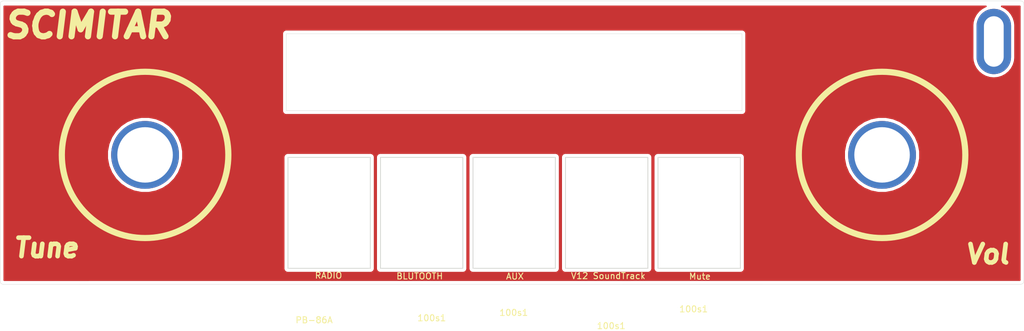
<source format=kicad_pcb>
(kicad_pcb (version 20171130) (host pcbnew "(5.1.7)-1")

  (general
    (thickness 1.6)
    (drawings 17)
    (tracks 0)
    (zones 0)
    (modules 8)
    (nets 1)
  )

  (page A4)
  (layers
    (0 F.Cu signal)
    (31 B.Cu signal)
    (32 B.Adhes user)
    (33 F.Adhes user)
    (34 B.Paste user)
    (35 F.Paste user)
    (36 B.SilkS user)
    (37 F.SilkS user)
    (38 B.Mask user)
    (39 F.Mask user)
    (40 Dwgs.User user)
    (41 Cmts.User user)
    (42 Eco1.User user)
    (43 Eco2.User user)
    (44 Edge.Cuts user)
    (45 Margin user)
    (46 B.CrtYd user)
    (47 F.CrtYd user)
    (48 B.Fab user)
    (49 F.Fab user)
  )

  (setup
    (last_trace_width 0.25)
    (trace_clearance 0.2)
    (zone_clearance 0.508)
    (zone_45_only no)
    (trace_min 0.2)
    (via_size 0.8)
    (via_drill 0.4)
    (via_min_size 0.4)
    (via_min_drill 0.3)
    (uvia_size 0.3)
    (uvia_drill 0.1)
    (uvias_allowed no)
    (uvia_min_size 0.2)
    (uvia_min_drill 0.1)
    (edge_width 0.05)
    (segment_width 0.2)
    (pcb_text_width 0.3)
    (pcb_text_size 1.5 1.5)
    (mod_edge_width 0.12)
    (mod_text_size 1 1)
    (mod_text_width 0.15)
    (pad_size 11 11)
    (pad_drill 9)
    (pad_to_mask_clearance 0)
    (aux_axis_origin 0 0)
    (visible_elements FFFFFF7F)
    (pcbplotparams
      (layerselection 0x010fc_ffffffff)
      (usegerberextensions false)
      (usegerberattributes true)
      (usegerberadvancedattributes true)
      (creategerberjobfile true)
      (excludeedgelayer true)
      (linewidth 0.100000)
      (plotframeref false)
      (viasonmask false)
      (mode 1)
      (useauxorigin false)
      (hpglpennumber 1)
      (hpglpenspeed 20)
      (hpglpendiameter 15.000000)
      (psnegative false)
      (psa4output false)
      (plotreference true)
      (plotvalue true)
      (plotinvisibletext false)
      (padsonsilk false)
      (subtractmaskfromsilk false)
      (outputformat 1)
      (mirror false)
      (drillshape 0)
      (scaleselection 1)
      (outputdirectory "Boards/Front/"))
  )

  (net 0 "")

  (net_class Default "This is the default net class."
    (clearance 0.2)
    (trace_width 0.25)
    (via_dia 0.8)
    (via_drill 0.4)
    (uvia_dia 0.3)
    (uvia_drill 0.1)
  )

  (module AA-ROB-FULL:PB86-A-Front (layer F.Cu) (tedit 6022F305) (tstamp 6071FD87)
    (at 106.6705 25.91)
    (fp_text reference 100s1 (at 5.2695 24.13) (layer F.SilkS)
      (effects (font (size 1 1) (thickness 0.15)))
    )
    (fp_text value Mute (at 6.2895 18.82) (layer F.SilkS)
      (effects (font (size 1 1) (thickness 0.15)))
    )
    (fp_line (start -0.7 -0.69) (end -0.7 17.7) (layer Dwgs.User) (width 0.12))
    (fp_line (start -0.7 17.7) (end 13.05 17.7) (layer Dwgs.User) (width 0.12))
    (fp_line (start 13.05 -0.69) (end 13.05 17.7) (layer Dwgs.User) (width 0.12))
    (fp_line (start -0.7 -0.69) (end 13.05 -0.69) (layer Dwgs.User) (width 0.12))
    (fp_line (start -0.5 17.51) (end 12.85 17.51) (layer Edge.Cuts) (width 0.12))
    (fp_line (start 12.85 -0.5) (end 12.85 17.51) (layer Edge.Cuts) (width 0.12))
    (fp_line (start -0.5 -0.5) (end -0.5 17.51) (layer Edge.Cuts) (width 0.12))
    (fp_line (start -0.5 -0.5) (end 12.85 -0.5) (layer Edge.Cuts) (width 0.12))
  )

  (module AA-ROB-FULL:PB86-A-Front (layer F.Cu) (tedit 6022F305) (tstamp 6071FD42)
    (at 91.6705 25.91)
    (fp_text reference 100s1 (at 6.9095 26.86) (layer F.SilkS)
      (effects (font (size 1 1) (thickness 0.15)))
    )
    (fp_text value "V12 SoundTrack" (at 6.4295 18.74) (layer F.SilkS)
      (effects (font (size 1 1) (thickness 0.15)))
    )
    (fp_line (start -0.5 -0.5) (end 12.85 -0.5) (layer Edge.Cuts) (width 0.12))
    (fp_line (start -0.5 -0.5) (end -0.5 17.51) (layer Edge.Cuts) (width 0.12))
    (fp_line (start 12.85 -0.5) (end 12.85 17.51) (layer Edge.Cuts) (width 0.12))
    (fp_line (start -0.5 17.51) (end 12.85 17.51) (layer Edge.Cuts) (width 0.12))
    (fp_line (start -0.7 -0.69) (end 13.05 -0.69) (layer Dwgs.User) (width 0.12))
    (fp_line (start 13.05 -0.69) (end 13.05 17.7) (layer Dwgs.User) (width 0.12))
    (fp_line (start -0.7 17.7) (end 13.05 17.7) (layer Dwgs.User) (width 0.12))
    (fp_line (start -0.7 -0.69) (end -0.7 17.7) (layer Dwgs.User) (width 0.12))
  )

  (module AA-ROB-FULL:PB86-A-Front (layer F.Cu) (tedit 6022F305) (tstamp 6071FD09)
    (at 76.6705 25.91)
    (fp_text reference 100s1 (at 6.0995 24.71) (layer F.SilkS)
      (effects (font (size 1 1) (thickness 0.15)))
    )
    (fp_text value AUX (at 6.2995 18.81) (layer F.SilkS)
      (effects (font (size 1 1) (thickness 0.15)))
    )
    (fp_line (start -0.5 -0.5) (end 12.85 -0.5) (layer Edge.Cuts) (width 0.12))
    (fp_line (start -0.5 -0.5) (end -0.5 17.51) (layer Edge.Cuts) (width 0.12))
    (fp_line (start 12.85 -0.5) (end 12.85 17.51) (layer Edge.Cuts) (width 0.12))
    (fp_line (start -0.5 17.51) (end 12.85 17.51) (layer Edge.Cuts) (width 0.12))
    (fp_line (start -0.7 -0.69) (end 13.05 -0.69) (layer Dwgs.User) (width 0.12))
    (fp_line (start 13.05 -0.69) (end 13.05 17.7) (layer Dwgs.User) (width 0.12))
    (fp_line (start -0.7 17.7) (end 13.05 17.7) (layer Dwgs.User) (width 0.12))
    (fp_line (start -0.7 -0.69) (end -0.7 17.7) (layer Dwgs.User) (width 0.12))
  )

  (module AA-ROB-FULL:PB86-A-Front (layer F.Cu) (tedit 6022F305) (tstamp 6071FC16)
    (at 61.6705 25.91)
    (fp_text reference 100s1 (at 7.8095 25.58) (layer F.SilkS)
      (effects (font (size 1 1) (thickness 0.15)))
    )
    (fp_text value BLUTOOTH (at 5.8495 18.78) (layer F.SilkS)
      (effects (font (size 1 1) (thickness 0.15)))
    )
    (fp_line (start -0.7 -0.69) (end -0.7 17.7) (layer Dwgs.User) (width 0.12))
    (fp_line (start -0.7 17.7) (end 13.05 17.7) (layer Dwgs.User) (width 0.12))
    (fp_line (start 13.05 -0.69) (end 13.05 17.7) (layer Dwgs.User) (width 0.12))
    (fp_line (start -0.7 -0.69) (end 13.05 -0.69) (layer Dwgs.User) (width 0.12))
    (fp_line (start -0.5 17.51) (end 12.85 17.51) (layer Edge.Cuts) (width 0.12))
    (fp_line (start 12.85 -0.5) (end 12.85 17.51) (layer Edge.Cuts) (width 0.12))
    (fp_line (start -0.5 -0.5) (end -0.5 17.51) (layer Edge.Cuts) (width 0.12))
    (fp_line (start -0.5 -0.5) (end 12.85 -0.5) (layer Edge.Cuts) (width 0.12))
  )

  (module AA-ROB-FULL:PB86-A-Front (layer F.Cu) (tedit 6022F305) (tstamp 6071FBDC)
    (at 46.6705 25.91)
    (fp_text reference RADIO (at 6.0695 18.67) (layer F.SilkS)
      (effects (font (size 1 1) (thickness 0.15)))
    )
    (fp_text value PB-86A (at 3.7395 25.91) (layer F.SilkS)
      (effects (font (size 1 1) (thickness 0.15)))
    )
    (fp_line (start -0.5 -0.5) (end 12.85 -0.5) (layer Edge.Cuts) (width 0.12))
    (fp_line (start -0.5 -0.5) (end -0.5 17.51) (layer Edge.Cuts) (width 0.12))
    (fp_line (start 12.85 -0.5) (end 12.85 17.51) (layer Edge.Cuts) (width 0.12))
    (fp_line (start -0.5 17.51) (end 12.85 17.51) (layer Edge.Cuts) (width 0.12))
    (fp_line (start -0.7 -0.69) (end 13.05 -0.69) (layer Dwgs.User) (width 0.12))
    (fp_line (start 13.05 -0.69) (end 13.05 17.7) (layer Dwgs.User) (width 0.12))
    (fp_line (start -0.7 17.7) (end 13.05 17.7) (layer Dwgs.User) (width 0.12))
    (fp_line (start -0.7 -0.69) (end -0.7 17.7) (layer Dwgs.User) (width 0.12))
  )

  (module MountingHole:MountingHole_3.2mm_M3_DIN965_Pad (layer F.Cu) (tedit 60719D34) (tstamp 60719D9F)
    (at 142.5 25 90)
    (descr "Mounting Hole 3.2mm, M3, DIN965")
    (tags "mounting hole 3.2mm m3 din965")
    (path /5EDB4F9A)
    (attr virtual)
    (fp_text reference H1 (at 0.1908 -4.7836 90) (layer F.SilkS) hide
      (effects (font (size 1 1) (thickness 0.15)))
    )
    (fp_text value MountingHole_Pad (at -16.192 -1.982 90) (layer F.Fab)
      (effects (font (size 1 1) (thickness 0.15)))
    )
    (fp_text user %R (at 0.3 0 90) (layer F.Fab)
      (effects (font (size 1 1) (thickness 0.15)))
    )
    (fp_circle (center 0 0) (end 3.05 0) (layer F.CrtYd) (width 0.05))
    (fp_circle (center 0 0) (end 2.8 0) (layer Cmts.User) (width 0.15))
    (pad 1 thru_hole circle (at 0 0 90) (size 11 11) (drill 9) (layers *.Cu *.Mask))
  )

  (module MountingHole:MountingHole_3.2mm_M3_DIN965_Pad (layer F.Cu) (tedit 602A5E21) (tstamp 60719ACA)
    (at 160.62 6.58 90)
    (descr "Mounting Hole 3.2mm, M3, DIN965")
    (tags "mounting hole 3.2mm m3 din965")
    (path /5EDB4F9A)
    (attr virtual)
    (fp_text reference H1 (at 0.1908 -4.7836 90) (layer F.SilkS) hide
      (effects (font (size 1 1) (thickness 0.15)))
    )
    (fp_text value MountingHole_Pad (at -16.192 -1.982 90) (layer F.Fab)
      (effects (font (size 1 1) (thickness 0.15)))
    )
    (fp_circle (center 0 0) (end 3.05 0) (layer F.CrtYd) (width 0.05))
    (fp_circle (center 0 0) (end 2.8 0) (layer Cmts.User) (width 0.15))
    (fp_text user %R (at 0.3 0 90) (layer F.Fab)
      (effects (font (size 1 1) (thickness 0.15)))
    )
    (pad 1 thru_hole oval (at 0 0 90) (size 10.6 5.6) (drill oval 8.2 3.2) (layers *.Cu *.Mask))
  )

  (module MountingHole:MountingHole_3.2mm_M3_DIN965_Pad (layer F.Cu) (tedit 60719D34) (tstamp 60719ABB)
    (at 23 25 90)
    (descr "Mounting Hole 3.2mm, M3, DIN965")
    (tags "mounting hole 3.2mm m3 din965")
    (path /5EDB4F9A)
    (attr virtual)
    (fp_text reference H1 (at 0.1908 -4.7836 90) (layer F.SilkS) hide
      (effects (font (size 1 1) (thickness 0.15)))
    )
    (fp_text value MountingHole_Pad (at -16.192 -1.982 90) (layer F.Fab)
      (effects (font (size 1 1) (thickness 0.15)))
    )
    (fp_circle (center 0 0) (end 2.8 0) (layer Cmts.User) (width 0.15))
    (fp_circle (center 0 0) (end 3.05 0) (layer F.CrtYd) (width 0.05))
    (fp_text user %R (at 0.3 0 90) (layer F.Fab)
      (effects (font (size 1 1) (thickness 0.15)))
    )
    (pad 1 thru_hole circle (at 0 0 90) (size 11 11) (drill 9) (layers *.Cu *.Mask))
  )

  (gr_text Vol (at 159.62 41.12) (layer F.SilkS) (tstamp 6071FE1B)
    (effects (font (size 3 3) (thickness 0.75) italic))
  )
  (gr_text Tune (at 6.97 40.09) (layer F.SilkS) (tstamp 6071FE17)
    (effects (font (size 3 3) (thickness 0.75) italic))
  )
  (gr_text SCIMITAR (at 13.76 3.94) (layer F.SilkS)
    (effects (font (size 4 4) (thickness 1) italic))
  )
  (gr_line (start 45.91 5.34) (end 119.79 5.34) (layer Edge.Cuts) (width 0.05) (tstamp 6071FDE9))
  (gr_line (start 119.79 17.82) (end 119.79 5.34) (layer Edge.Cuts) (width 0.05) (tstamp 6071FDCA))
  (gr_circle (center 23 25) (end 36.5 25) (layer F.SilkS) (width 1) (tstamp 60719E4F))
  (gr_circle (center 142.5 25) (end 156 25) (layer F.SilkS) (width 1))
  (gr_line (start 45.91 17.82) (end 119.79 17.82) (layer Edge.Cuts) (width 0.05) (tstamp 60719C41))
  (gr_line (start 45.91 17.82) (end 45.91 5.34) (layer Edge.Cuts) (width 0.05) (tstamp 60719BF3))
  (gr_line (start 0 46.01) (end 165 46) (layer Edge.Cuts) (width 0.05) (tstamp 60719BBB))
  (gr_arc (start 0 45.51) (end -0.5 45.51) (angle -90) (layer Edge.Cuts) (width 0.05) (tstamp 60719BA8))
  (gr_arc (start 165 45.5) (end 165 46) (angle -90) (layer Edge.Cuts) (width 0.05) (tstamp 60719B9B))
  (gr_line (start 165.5 45.5) (end 165.5 0.5) (layer Edge.Cuts) (width 0.05) (tstamp 60719B91))
  (gr_line (start -0.5 45.51) (end -0.5 0.5) (layer Edge.Cuts) (width 0.05) (tstamp 60719B6C))
  (gr_arc (start 165 0.5) (end 165.5 0.5) (angle -90) (layer Edge.Cuts) (width 0.05) (tstamp 60719B50))
  (gr_arc (start 0 0.5) (end 0 0) (angle -90) (layer Edge.Cuts) (width 0.05))
  (gr_line (start 0 0) (end 165 0) (layer Edge.Cuts) (width 0.05) (tstamp 60719AC5))

  (zone (net 0) (net_name "") (layer F.Cu) (tstamp 6071FF10) (hatch edge 0.508)
    (connect_pads (clearance 0.508))
    (min_thickness 0.254)
    (fill yes (arc_segments 32) (thermal_gap 0.508) (thermal_bridge_width 0.508))
    (polygon
      (pts
        (xy 164.97 45.85) (xy -0.18 45.85) (xy -0.18 0.75) (xy 164.97 0.75)
      )
    )
    (filled_polygon
      (pts
        (xy 159.299122 0.891119) (xy 158.702383 1.210083) (xy 158.179336 1.639336) (xy 157.750083 2.162384) (xy 157.431119 2.759123)
        (xy 157.234702 3.406623) (xy 157.185 3.911255) (xy 157.185001 9.248746) (xy 157.234703 9.753378) (xy 157.43112 10.400878)
        (xy 157.750084 10.997617) (xy 158.179337 11.520664) (xy 158.702384 11.949917) (xy 159.299123 12.268881) (xy 159.946623 12.465298)
        (xy 160.62 12.53162) (xy 161.293378 12.465298) (xy 161.940878 12.268881) (xy 162.537617 11.949917) (xy 163.060664 11.520664)
        (xy 163.489917 10.997617) (xy 163.808881 10.400878) (xy 164.005298 9.753378) (xy 164.055 9.248746) (xy 164.055 3.911254)
        (xy 164.005298 3.406622) (xy 163.808881 2.759122) (xy 163.489917 2.162383) (xy 163.060664 1.639336) (xy 162.537616 1.210083)
        (xy 161.940877 0.891119) (xy 161.894333 0.877) (xy 164.840001 0.877) (xy 164.84 45.340011) (xy 0.16 45.34999)
        (xy 0.16 24.395755) (xy 16.865 24.395755) (xy 16.865 25.604245) (xy 17.100764 26.789514) (xy 17.563233 27.906012)
        (xy 18.234634 28.910835) (xy 19.089165 29.765366) (xy 20.093988 30.436767) (xy 21.210486 30.899236) (xy 22.395755 31.135)
        (xy 23.604245 31.135) (xy 24.789514 30.899236) (xy 25.906012 30.436767) (xy 26.910835 29.765366) (xy 27.765366 28.910835)
        (xy 28.436767 27.906012) (xy 28.899236 26.789514) (xy 29.135 25.604245) (xy 29.135 25.41) (xy 45.472138 25.41)
        (xy 45.4755 25.444135) (xy 45.475501 43.385855) (xy 45.472138 43.42) (xy 45.485557 43.556244) (xy 45.525298 43.687252)
        (xy 45.589833 43.807989) (xy 45.676683 43.913817) (xy 45.782511 44.000667) (xy 45.903248 44.065202) (xy 46.034256 44.104943)
        (xy 46.136365 44.115) (xy 46.136366 44.115) (xy 46.1705 44.118362) (xy 46.204635 44.115) (xy 59.486366 44.115)
        (xy 59.5205 44.118362) (xy 59.656744 44.104943) (xy 59.787752 44.065202) (xy 59.908489 44.000667) (xy 60.014317 43.913817)
        (xy 60.101167 43.807989) (xy 60.165702 43.687252) (xy 60.205443 43.556244) (xy 60.2155 43.454135) (xy 60.218862 43.42)
        (xy 60.2155 43.385865) (xy 60.2155 25.444135) (xy 60.218862 25.41) (xy 60.472138 25.41) (xy 60.4755 25.444135)
        (xy 60.475501 43.385855) (xy 60.472138 43.42) (xy 60.485557 43.556244) (xy 60.525298 43.687252) (xy 60.589833 43.807989)
        (xy 60.676683 43.913817) (xy 60.782511 44.000667) (xy 60.903248 44.065202) (xy 61.034256 44.104943) (xy 61.136365 44.115)
        (xy 61.136366 44.115) (xy 61.1705 44.118362) (xy 61.204635 44.115) (xy 74.486366 44.115) (xy 74.5205 44.118362)
        (xy 74.656744 44.104943) (xy 74.787752 44.065202) (xy 74.908489 44.000667) (xy 75.014317 43.913817) (xy 75.101167 43.807989)
        (xy 75.165702 43.687252) (xy 75.205443 43.556244) (xy 75.2155 43.454135) (xy 75.218862 43.42) (xy 75.2155 43.385865)
        (xy 75.2155 25.444135) (xy 75.218862 25.41) (xy 75.472138 25.41) (xy 75.4755 25.444135) (xy 75.475501 43.385855)
        (xy 75.472138 43.42) (xy 75.485557 43.556244) (xy 75.525298 43.687252) (xy 75.589833 43.807989) (xy 75.676683 43.913817)
        (xy 75.782511 44.000667) (xy 75.903248 44.065202) (xy 76.034256 44.104943) (xy 76.136365 44.115) (xy 76.136366 44.115)
        (xy 76.1705 44.118362) (xy 76.204635 44.115) (xy 89.486366 44.115) (xy 89.5205 44.118362) (xy 89.656744 44.104943)
        (xy 89.787752 44.065202) (xy 89.908489 44.000667) (xy 90.014317 43.913817) (xy 90.101167 43.807989) (xy 90.165702 43.687252)
        (xy 90.205443 43.556244) (xy 90.2155 43.454135) (xy 90.218862 43.42) (xy 90.2155 43.385865) (xy 90.2155 25.444135)
        (xy 90.218862 25.41) (xy 90.472138 25.41) (xy 90.4755 25.444135) (xy 90.475501 43.385855) (xy 90.472138 43.42)
        (xy 90.485557 43.556244) (xy 90.525298 43.687252) (xy 90.589833 43.807989) (xy 90.676683 43.913817) (xy 90.782511 44.000667)
        (xy 90.903248 44.065202) (xy 91.034256 44.104943) (xy 91.136365 44.115) (xy 91.136366 44.115) (xy 91.1705 44.118362)
        (xy 91.204635 44.115) (xy 104.486366 44.115) (xy 104.5205 44.118362) (xy 104.656744 44.104943) (xy 104.787752 44.065202)
        (xy 104.908489 44.000667) (xy 105.014317 43.913817) (xy 105.101167 43.807989) (xy 105.165702 43.687252) (xy 105.205443 43.556244)
        (xy 105.2155 43.454135) (xy 105.218862 43.42) (xy 105.2155 43.385865) (xy 105.2155 25.444135) (xy 105.218862 25.41)
        (xy 105.472138 25.41) (xy 105.4755 25.444135) (xy 105.475501 43.385855) (xy 105.472138 43.42) (xy 105.485557 43.556244)
        (xy 105.525298 43.687252) (xy 105.589833 43.807989) (xy 105.676683 43.913817) (xy 105.782511 44.000667) (xy 105.903248 44.065202)
        (xy 106.034256 44.104943) (xy 106.136365 44.115) (xy 106.136366 44.115) (xy 106.1705 44.118362) (xy 106.204635 44.115)
        (xy 119.486366 44.115) (xy 119.5205 44.118362) (xy 119.656744 44.104943) (xy 119.787752 44.065202) (xy 119.908489 44.000667)
        (xy 120.014317 43.913817) (xy 120.101167 43.807989) (xy 120.165702 43.687252) (xy 120.205443 43.556244) (xy 120.2155 43.454135)
        (xy 120.218862 43.42) (xy 120.2155 43.385865) (xy 120.2155 25.444135) (xy 120.218862 25.41) (xy 120.205443 25.273756)
        (xy 120.165702 25.142748) (xy 120.101167 25.022011) (xy 120.014317 24.916183) (xy 119.908489 24.829333) (xy 119.787752 24.764798)
        (xy 119.656744 24.725057) (xy 119.554635 24.715) (xy 119.554634 24.715) (xy 119.5205 24.711638) (xy 119.486365 24.715)
        (xy 106.204634 24.715) (xy 106.1705 24.711638) (xy 106.136365 24.715) (xy 106.034256 24.725057) (xy 105.903248 24.764798)
        (xy 105.782511 24.829333) (xy 105.676683 24.916183) (xy 105.589833 25.022011) (xy 105.525298 25.142748) (xy 105.485557 25.273756)
        (xy 105.472138 25.41) (xy 105.218862 25.41) (xy 105.205443 25.273756) (xy 105.165702 25.142748) (xy 105.101167 25.022011)
        (xy 105.014317 24.916183) (xy 104.908489 24.829333) (xy 104.787752 24.764798) (xy 104.656744 24.725057) (xy 104.554635 24.715)
        (xy 104.554634 24.715) (xy 104.5205 24.711638) (xy 104.486365 24.715) (xy 91.204634 24.715) (xy 91.1705 24.711638)
        (xy 91.136365 24.715) (xy 91.034256 24.725057) (xy 90.903248 24.764798) (xy 90.782511 24.829333) (xy 90.676683 24.916183)
        (xy 90.589833 25.022011) (xy 90.525298 25.142748) (xy 90.485557 25.273756) (xy 90.472138 25.41) (xy 90.218862 25.41)
        (xy 90.205443 25.273756) (xy 90.165702 25.142748) (xy 90.101167 25.022011) (xy 90.014317 24.916183) (xy 89.908489 24.829333)
        (xy 89.787752 24.764798) (xy 89.656744 24.725057) (xy 89.554635 24.715) (xy 89.554634 24.715) (xy 89.5205 24.711638)
        (xy 89.486365 24.715) (xy 76.204634 24.715) (xy 76.1705 24.711638) (xy 76.136365 24.715) (xy 76.034256 24.725057)
        (xy 75.903248 24.764798) (xy 75.782511 24.829333) (xy 75.676683 24.916183) (xy 75.589833 25.022011) (xy 75.525298 25.142748)
        (xy 75.485557 25.273756) (xy 75.472138 25.41) (xy 75.218862 25.41) (xy 75.205443 25.273756) (xy 75.165702 25.142748)
        (xy 75.101167 25.022011) (xy 75.014317 24.916183) (xy 74.908489 24.829333) (xy 74.787752 24.764798) (xy 74.656744 24.725057)
        (xy 74.554635 24.715) (xy 74.554634 24.715) (xy 74.5205 24.711638) (xy 74.486365 24.715) (xy 61.204634 24.715)
        (xy 61.1705 24.711638) (xy 61.136365 24.715) (xy 61.034256 24.725057) (xy 60.903248 24.764798) (xy 60.782511 24.829333)
        (xy 60.676683 24.916183) (xy 60.589833 25.022011) (xy 60.525298 25.142748) (xy 60.485557 25.273756) (xy 60.472138 25.41)
        (xy 60.218862 25.41) (xy 60.205443 25.273756) (xy 60.165702 25.142748) (xy 60.101167 25.022011) (xy 60.014317 24.916183)
        (xy 59.908489 24.829333) (xy 59.787752 24.764798) (xy 59.656744 24.725057) (xy 59.554635 24.715) (xy 59.554634 24.715)
        (xy 59.5205 24.711638) (xy 59.486365 24.715) (xy 46.204634 24.715) (xy 46.1705 24.711638) (xy 46.136365 24.715)
        (xy 46.034256 24.725057) (xy 45.903248 24.764798) (xy 45.782511 24.829333) (xy 45.676683 24.916183) (xy 45.589833 25.022011)
        (xy 45.525298 25.142748) (xy 45.485557 25.273756) (xy 45.472138 25.41) (xy 29.135 25.41) (xy 29.135 24.395755)
        (xy 136.365 24.395755) (xy 136.365 25.604245) (xy 136.600764 26.789514) (xy 137.063233 27.906012) (xy 137.734634 28.910835)
        (xy 138.589165 29.765366) (xy 139.593988 30.436767) (xy 140.710486 30.899236) (xy 141.895755 31.135) (xy 143.104245 31.135)
        (xy 144.289514 30.899236) (xy 145.406012 30.436767) (xy 146.410835 29.765366) (xy 147.265366 28.910835) (xy 147.936767 27.906012)
        (xy 148.399236 26.789514) (xy 148.635 25.604245) (xy 148.635 24.395755) (xy 148.399236 23.210486) (xy 147.936767 22.093988)
        (xy 147.265366 21.089165) (xy 146.410835 20.234634) (xy 145.406012 19.563233) (xy 144.289514 19.100764) (xy 143.104245 18.865)
        (xy 141.895755 18.865) (xy 140.710486 19.100764) (xy 139.593988 19.563233) (xy 138.589165 20.234634) (xy 137.734634 21.089165)
        (xy 137.063233 22.093988) (xy 136.600764 23.210486) (xy 136.365 24.395755) (xy 29.135 24.395755) (xy 28.899236 23.210486)
        (xy 28.436767 22.093988) (xy 27.765366 21.089165) (xy 26.910835 20.234634) (xy 25.906012 19.563233) (xy 24.789514 19.100764)
        (xy 23.604245 18.865) (xy 22.395755 18.865) (xy 21.210486 19.100764) (xy 20.093988 19.563233) (xy 19.089165 20.234634)
        (xy 18.234634 21.089165) (xy 17.563233 22.093988) (xy 17.100764 23.210486) (xy 16.865 24.395755) (xy 0.16 24.395755)
        (xy 0.16 5.34) (xy 45.246807 5.34) (xy 45.250001 5.372429) (xy 45.25 17.787581) (xy 45.246807 17.82)
        (xy 45.25955 17.949383) (xy 45.29729 18.073793) (xy 45.358575 18.18845) (xy 45.441052 18.288948) (xy 45.54155 18.371425)
        (xy 45.656207 18.43271) (xy 45.780617 18.47045) (xy 45.91 18.483193) (xy 45.942419 18.48) (xy 119.757581 18.48)
        (xy 119.79 18.483193) (xy 119.822419 18.48) (xy 119.919383 18.47045) (xy 120.043793 18.43271) (xy 120.15845 18.371425)
        (xy 120.258948 18.288948) (xy 120.341425 18.18845) (xy 120.40271 18.073793) (xy 120.44045 17.949383) (xy 120.453193 17.82)
        (xy 120.45 17.787581) (xy 120.45 5.372419) (xy 120.453193 5.34) (xy 120.44045 5.210617) (xy 120.40271 5.086207)
        (xy 120.341425 4.97155) (xy 120.258948 4.871052) (xy 120.15845 4.788575) (xy 120.043793 4.72729) (xy 119.919383 4.68955)
        (xy 119.822419 4.68) (xy 119.79 4.676807) (xy 119.757581 4.68) (xy 45.942419 4.68) (xy 45.91 4.676807)
        (xy 45.877581 4.68) (xy 45.780617 4.68955) (xy 45.656207 4.72729) (xy 45.54155 4.788575) (xy 45.441052 4.871052)
        (xy 45.358575 4.97155) (xy 45.29729 5.086207) (xy 45.25955 5.210617) (xy 45.246807 5.34) (xy 0.16 5.34)
        (xy 0.16 0.877) (xy 159.345666 0.877)
      )
    )
  )
)

</source>
